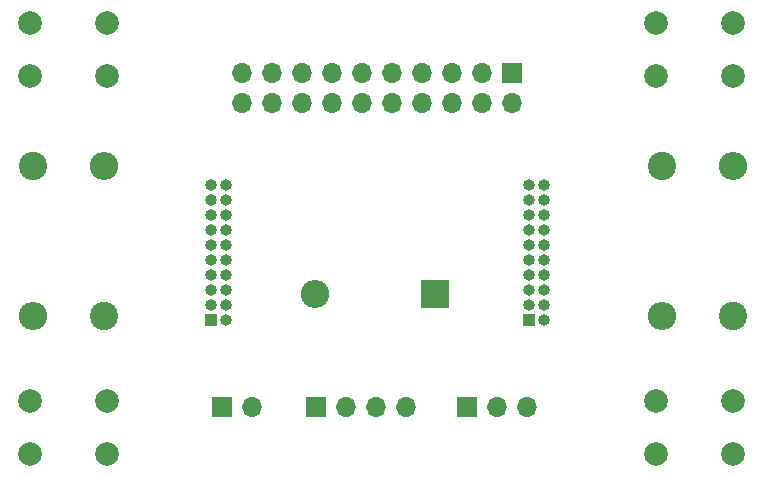
<source format=gbr>
%TF.GenerationSoftware,KiCad,Pcbnew,(6.0.5)*%
%TF.CreationDate,2023-12-03T22:55:10-05:00*%
%TF.ProjectId,lcd_128_io_board,6c63645f-3132-4385-9f69-6f5f626f6172,rev?*%
%TF.SameCoordinates,Original*%
%TF.FileFunction,Soldermask,Top*%
%TF.FilePolarity,Negative*%
%FSLAX46Y46*%
G04 Gerber Fmt 4.6, Leading zero omitted, Abs format (unit mm)*
G04 Created by KiCad (PCBNEW (6.0.5)) date 2023-12-03 22:55:10*
%MOMM*%
%LPD*%
G01*
G04 APERTURE LIST*
%ADD10R,1.700000X1.700000*%
%ADD11O,1.700000X1.700000*%
%ADD12C,2.000000*%
%ADD13C,2.400000*%
%ADD14O,2.400000X2.400000*%
%ADD15R,2.400000X2.400000*%
%ADD16O,1.000000X1.000000*%
%ADD17R,1.000000X1.000000*%
G04 APERTURE END LIST*
D10*
%TO.C,J5*%
X123962000Y-127000000D03*
D11*
X126502000Y-127000000D03*
X129042000Y-127000000D03*
X131582000Y-127000000D03*
%TD*%
D12*
%TO.C,SW1*%
X159250000Y-126500000D03*
X152750000Y-126500000D03*
X159250000Y-131000000D03*
X152750000Y-131000000D03*
%TD*%
D13*
%TO.C,R4*%
X159250000Y-119350000D03*
D14*
X159250000Y-106650000D03*
%TD*%
D12*
%TO.C,SW3*%
X99750000Y-94500000D03*
X106250000Y-94500000D03*
X99750000Y-99000000D03*
X106250000Y-99000000D03*
%TD*%
D10*
%TO.C,J6*%
X140586255Y-98725000D03*
D11*
X140586255Y-101265000D03*
X138046255Y-98725000D03*
X138046255Y-101265000D03*
X135506255Y-98725000D03*
X135506255Y-101265000D03*
X132966255Y-98725000D03*
X132966255Y-101265000D03*
X130426255Y-98725000D03*
X130426255Y-101265000D03*
X127886255Y-98725000D03*
X127886255Y-101265000D03*
X125346255Y-98725000D03*
X125346255Y-101265000D03*
X122806255Y-98725000D03*
X122806255Y-101265000D03*
X120266255Y-98725000D03*
X120266255Y-101265000D03*
X117726255Y-98725000D03*
X117726255Y-101265000D03*
%TD*%
D15*
%TO.C,D1*%
X134000000Y-117500000D03*
D14*
X123840000Y-117500000D03*
%TD*%
D11*
%TO.C,J1*%
X141817000Y-127000000D03*
X139277000Y-127000000D03*
D10*
X136737000Y-127000000D03*
%TD*%
D11*
%TO.C,J2*%
X118527000Y-127000000D03*
D10*
X115987000Y-127000000D03*
%TD*%
D13*
%TO.C,R1*%
X153250000Y-106650000D03*
D14*
X153250000Y-119350000D03*
%TD*%
D12*
%TO.C,SW4*%
X159250000Y-99000000D03*
X152750000Y-99000000D03*
X159250000Y-94500000D03*
X152750000Y-94500000D03*
%TD*%
D13*
%TO.C,R3*%
X106000000Y-119350000D03*
D14*
X106000000Y-106650000D03*
%TD*%
D13*
%TO.C,R2*%
X100000000Y-106650000D03*
D14*
X100000000Y-119350000D03*
%TD*%
D12*
%TO.C,SW2*%
X99750000Y-131000000D03*
X106250000Y-131000000D03*
X106250000Y-126500000D03*
X99750000Y-126500000D03*
%TD*%
D16*
%TO.C,J3*%
X116342000Y-108204000D03*
X115072000Y-108204000D03*
X116342000Y-109474000D03*
X115072000Y-109474000D03*
X116342000Y-110744000D03*
X115072000Y-110744000D03*
X116342000Y-112014000D03*
X115072000Y-112014000D03*
X116342000Y-113284000D03*
X115072000Y-113284000D03*
X116342000Y-114554000D03*
X115072000Y-114554000D03*
X116342000Y-115824000D03*
X115072000Y-115824000D03*
X116342000Y-117094000D03*
X115072000Y-117094000D03*
X116342000Y-118364000D03*
X115072000Y-118364000D03*
X116342000Y-119634000D03*
D17*
X115072000Y-119634000D03*
%TD*%
%TO.C,J4*%
X141986000Y-119634000D03*
D16*
X143256000Y-119634000D03*
X141986000Y-118364000D03*
X143256000Y-118364000D03*
X141986000Y-117094000D03*
X143256000Y-117094000D03*
X141986000Y-115824000D03*
X143256000Y-115824000D03*
X141986000Y-114554000D03*
X143256000Y-114554000D03*
X141986000Y-113284000D03*
X143256000Y-113284000D03*
X141986000Y-112014000D03*
X143256000Y-112014000D03*
X141986000Y-110744000D03*
X143256000Y-110744000D03*
X141986000Y-109474000D03*
X143256000Y-109474000D03*
X141986000Y-108204000D03*
X143256000Y-108204000D03*
%TD*%
M02*

</source>
